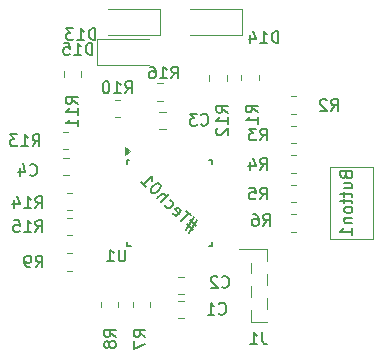
<source format=gbr>
%TF.GenerationSoftware,KiCad,Pcbnew,8.0.7*%
%TF.CreationDate,2025-01-14T01:45:44+02:00*%
%TF.ProjectId,LumiTimeV2,4c756d69-5469-46d6-9556-322e6b696361,rev?*%
%TF.SameCoordinates,Original*%
%TF.FileFunction,Legend,Bot*%
%TF.FilePolarity,Positive*%
%FSLAX46Y46*%
G04 Gerber Fmt 4.6, Leading zero omitted, Abs format (unit mm)*
G04 Created by KiCad (PCBNEW 8.0.7) date 2025-01-14 01:45:44*
%MOMM*%
%LPD*%
G01*
G04 APERTURE LIST*
%ADD10C,0.200000*%
%ADD11C,0.150000*%
%ADD12C,0.120000*%
G04 APERTURE END LIST*
D10*
X152239285Y-101936011D02*
X151734209Y-101430934D01*
X152340301Y-101430934D02*
X151633194Y-102542102D01*
X151498507Y-101801324D02*
X152003583Y-102306400D01*
X151397492Y-102306400D02*
X152104598Y-101195232D01*
X151835224Y-101060545D02*
X151431163Y-100656484D01*
X150926087Y-101565621D02*
X151633194Y-100858515D01*
X150252652Y-100824843D02*
X150286324Y-100925858D01*
X150286324Y-100925858D02*
X150421011Y-101060545D01*
X150421011Y-101060545D02*
X150522026Y-101094217D01*
X150522026Y-101094217D02*
X150623041Y-101060545D01*
X150623041Y-101060545D02*
X150892415Y-100791171D01*
X150892415Y-100791171D02*
X150926087Y-100690156D01*
X150926087Y-100690156D02*
X150892415Y-100589140D01*
X150892415Y-100589140D02*
X150757728Y-100454453D01*
X150757728Y-100454453D02*
X150656713Y-100420782D01*
X150656713Y-100420782D02*
X150555698Y-100454453D01*
X150555698Y-100454453D02*
X150488354Y-100521797D01*
X150488354Y-100521797D02*
X150757728Y-100925858D01*
X149612888Y-100185079D02*
X149646560Y-100286095D01*
X149646560Y-100286095D02*
X149781247Y-100420782D01*
X149781247Y-100420782D02*
X149882262Y-100454453D01*
X149882262Y-100454453D02*
X149949606Y-100454453D01*
X149949606Y-100454453D02*
X150050621Y-100420782D01*
X150050621Y-100420782D02*
X150252652Y-100218751D01*
X150252652Y-100218751D02*
X150286324Y-100117736D01*
X150286324Y-100117736D02*
X150286324Y-100050392D01*
X150286324Y-100050392D02*
X150252652Y-99949377D01*
X150252652Y-99949377D02*
X150117965Y-99814690D01*
X150117965Y-99814690D02*
X150016949Y-99781018D01*
X149276171Y-99915705D02*
X149983278Y-99208598D01*
X148973125Y-99612659D02*
X149343514Y-99242270D01*
X149343514Y-99242270D02*
X149444530Y-99208598D01*
X149444530Y-99208598D02*
X149545545Y-99242270D01*
X149545545Y-99242270D02*
X149646560Y-99343285D01*
X149646560Y-99343285D02*
X149680232Y-99444301D01*
X149680232Y-99444301D02*
X149680232Y-99511644D01*
X149208827Y-98434148D02*
X149141484Y-98366805D01*
X149141484Y-98366805D02*
X149040469Y-98333133D01*
X149040469Y-98333133D02*
X148973125Y-98333133D01*
X148973125Y-98333133D02*
X148872110Y-98366805D01*
X148872110Y-98366805D02*
X148703751Y-98467820D01*
X148703751Y-98467820D02*
X148535392Y-98636179D01*
X148535392Y-98636179D02*
X148434377Y-98804537D01*
X148434377Y-98804537D02*
X148400705Y-98905553D01*
X148400705Y-98905553D02*
X148400705Y-98972896D01*
X148400705Y-98972896D02*
X148434377Y-99073911D01*
X148434377Y-99073911D02*
X148501721Y-99141255D01*
X148501721Y-99141255D02*
X148602736Y-99174927D01*
X148602736Y-99174927D02*
X148670079Y-99174927D01*
X148670079Y-99174927D02*
X148771095Y-99141255D01*
X148771095Y-99141255D02*
X148939453Y-99040240D01*
X148939453Y-99040240D02*
X149107812Y-98871881D01*
X149107812Y-98871881D02*
X149208827Y-98703522D01*
X149208827Y-98703522D02*
X149242499Y-98602507D01*
X149242499Y-98602507D02*
X149242499Y-98535163D01*
X149242499Y-98535163D02*
X149208827Y-98434148D01*
X147592583Y-98232117D02*
X147996644Y-98636179D01*
X147794614Y-98434148D02*
X148501720Y-97727041D01*
X148501720Y-97727041D02*
X148468049Y-97895400D01*
X148468049Y-97895400D02*
X148468049Y-98030087D01*
X148468049Y-98030087D02*
X148501720Y-98131102D01*
D11*
X138166666Y-97609580D02*
X138214285Y-97657200D01*
X138214285Y-97657200D02*
X138357142Y-97704819D01*
X138357142Y-97704819D02*
X138452380Y-97704819D01*
X138452380Y-97704819D02*
X138595237Y-97657200D01*
X138595237Y-97657200D02*
X138690475Y-97561961D01*
X138690475Y-97561961D02*
X138738094Y-97466723D01*
X138738094Y-97466723D02*
X138785713Y-97276247D01*
X138785713Y-97276247D02*
X138785713Y-97133390D01*
X138785713Y-97133390D02*
X138738094Y-96942914D01*
X138738094Y-96942914D02*
X138690475Y-96847676D01*
X138690475Y-96847676D02*
X138595237Y-96752438D01*
X138595237Y-96752438D02*
X138452380Y-96704819D01*
X138452380Y-96704819D02*
X138357142Y-96704819D01*
X138357142Y-96704819D02*
X138214285Y-96752438D01*
X138214285Y-96752438D02*
X138166666Y-96800057D01*
X137309523Y-97038152D02*
X137309523Y-97704819D01*
X137547618Y-96657200D02*
X137785713Y-97371485D01*
X137785713Y-97371485D02*
X137166666Y-97371485D01*
X146242857Y-90704819D02*
X146576190Y-90228628D01*
X146814285Y-90704819D02*
X146814285Y-89704819D01*
X146814285Y-89704819D02*
X146433333Y-89704819D01*
X146433333Y-89704819D02*
X146338095Y-89752438D01*
X146338095Y-89752438D02*
X146290476Y-89800057D01*
X146290476Y-89800057D02*
X146242857Y-89895295D01*
X146242857Y-89895295D02*
X146242857Y-90038152D01*
X146242857Y-90038152D02*
X146290476Y-90133390D01*
X146290476Y-90133390D02*
X146338095Y-90181009D01*
X146338095Y-90181009D02*
X146433333Y-90228628D01*
X146433333Y-90228628D02*
X146814285Y-90228628D01*
X145290476Y-90704819D02*
X145861904Y-90704819D01*
X145576190Y-90704819D02*
X145576190Y-89704819D01*
X145576190Y-89704819D02*
X145671428Y-89847676D01*
X145671428Y-89847676D02*
X145766666Y-89942914D01*
X145766666Y-89942914D02*
X145861904Y-89990533D01*
X144671428Y-89704819D02*
X144576190Y-89704819D01*
X144576190Y-89704819D02*
X144480952Y-89752438D01*
X144480952Y-89752438D02*
X144433333Y-89800057D01*
X144433333Y-89800057D02*
X144385714Y-89895295D01*
X144385714Y-89895295D02*
X144338095Y-90085771D01*
X144338095Y-90085771D02*
X144338095Y-90323866D01*
X144338095Y-90323866D02*
X144385714Y-90514342D01*
X144385714Y-90514342D02*
X144433333Y-90609580D01*
X144433333Y-90609580D02*
X144480952Y-90657200D01*
X144480952Y-90657200D02*
X144576190Y-90704819D01*
X144576190Y-90704819D02*
X144671428Y-90704819D01*
X144671428Y-90704819D02*
X144766666Y-90657200D01*
X144766666Y-90657200D02*
X144814285Y-90609580D01*
X144814285Y-90609580D02*
X144861904Y-90514342D01*
X144861904Y-90514342D02*
X144909523Y-90323866D01*
X144909523Y-90323866D02*
X144909523Y-90085771D01*
X144909523Y-90085771D02*
X144861904Y-89895295D01*
X144861904Y-89895295D02*
X144814285Y-89800057D01*
X144814285Y-89800057D02*
X144766666Y-89752438D01*
X144766666Y-89752438D02*
X144671428Y-89704819D01*
X157666666Y-94704819D02*
X157999999Y-94228628D01*
X158238094Y-94704819D02*
X158238094Y-93704819D01*
X158238094Y-93704819D02*
X157857142Y-93704819D01*
X157857142Y-93704819D02*
X157761904Y-93752438D01*
X157761904Y-93752438D02*
X157714285Y-93800057D01*
X157714285Y-93800057D02*
X157666666Y-93895295D01*
X157666666Y-93895295D02*
X157666666Y-94038152D01*
X157666666Y-94038152D02*
X157714285Y-94133390D01*
X157714285Y-94133390D02*
X157761904Y-94181009D01*
X157761904Y-94181009D02*
X157857142Y-94228628D01*
X157857142Y-94228628D02*
X158238094Y-94228628D01*
X157333332Y-93704819D02*
X156714285Y-93704819D01*
X156714285Y-93704819D02*
X157047618Y-94085771D01*
X157047618Y-94085771D02*
X156904761Y-94085771D01*
X156904761Y-94085771D02*
X156809523Y-94133390D01*
X156809523Y-94133390D02*
X156761904Y-94181009D01*
X156761904Y-94181009D02*
X156714285Y-94276247D01*
X156714285Y-94276247D02*
X156714285Y-94514342D01*
X156714285Y-94514342D02*
X156761904Y-94609580D01*
X156761904Y-94609580D02*
X156809523Y-94657200D01*
X156809523Y-94657200D02*
X156904761Y-94704819D01*
X156904761Y-94704819D02*
X157190475Y-94704819D01*
X157190475Y-94704819D02*
X157285713Y-94657200D01*
X157285713Y-94657200D02*
X157333332Y-94609580D01*
X154416666Y-107109580D02*
X154464285Y-107157200D01*
X154464285Y-107157200D02*
X154607142Y-107204819D01*
X154607142Y-107204819D02*
X154702380Y-107204819D01*
X154702380Y-107204819D02*
X154845237Y-107157200D01*
X154845237Y-107157200D02*
X154940475Y-107061961D01*
X154940475Y-107061961D02*
X154988094Y-106966723D01*
X154988094Y-106966723D02*
X155035713Y-106776247D01*
X155035713Y-106776247D02*
X155035713Y-106633390D01*
X155035713Y-106633390D02*
X154988094Y-106442914D01*
X154988094Y-106442914D02*
X154940475Y-106347676D01*
X154940475Y-106347676D02*
X154845237Y-106252438D01*
X154845237Y-106252438D02*
X154702380Y-106204819D01*
X154702380Y-106204819D02*
X154607142Y-106204819D01*
X154607142Y-106204819D02*
X154464285Y-106252438D01*
X154464285Y-106252438D02*
X154416666Y-106300057D01*
X154035713Y-106300057D02*
X153988094Y-106252438D01*
X153988094Y-106252438D02*
X153892856Y-106204819D01*
X153892856Y-106204819D02*
X153654761Y-106204819D01*
X153654761Y-106204819D02*
X153559523Y-106252438D01*
X153559523Y-106252438D02*
X153511904Y-106300057D01*
X153511904Y-106300057D02*
X153464285Y-106395295D01*
X153464285Y-106395295D02*
X153464285Y-106490533D01*
X153464285Y-106490533D02*
X153511904Y-106633390D01*
X153511904Y-106633390D02*
X154083332Y-107204819D01*
X154083332Y-107204819D02*
X153464285Y-107204819D01*
X157454819Y-92333333D02*
X156978628Y-92000000D01*
X157454819Y-91761905D02*
X156454819Y-91761905D01*
X156454819Y-91761905D02*
X156454819Y-92142857D01*
X156454819Y-92142857D02*
X156502438Y-92238095D01*
X156502438Y-92238095D02*
X156550057Y-92285714D01*
X156550057Y-92285714D02*
X156645295Y-92333333D01*
X156645295Y-92333333D02*
X156788152Y-92333333D01*
X156788152Y-92333333D02*
X156883390Y-92285714D01*
X156883390Y-92285714D02*
X156931009Y-92238095D01*
X156931009Y-92238095D02*
X156978628Y-92142857D01*
X156978628Y-92142857D02*
X156978628Y-91761905D01*
X157454819Y-93285714D02*
X157454819Y-92714286D01*
X157454819Y-93000000D02*
X156454819Y-93000000D01*
X156454819Y-93000000D02*
X156597676Y-92904762D01*
X156597676Y-92904762D02*
X156692914Y-92809524D01*
X156692914Y-92809524D02*
X156740533Y-92714286D01*
X138392857Y-95204819D02*
X138726190Y-94728628D01*
X138964285Y-95204819D02*
X138964285Y-94204819D01*
X138964285Y-94204819D02*
X138583333Y-94204819D01*
X138583333Y-94204819D02*
X138488095Y-94252438D01*
X138488095Y-94252438D02*
X138440476Y-94300057D01*
X138440476Y-94300057D02*
X138392857Y-94395295D01*
X138392857Y-94395295D02*
X138392857Y-94538152D01*
X138392857Y-94538152D02*
X138440476Y-94633390D01*
X138440476Y-94633390D02*
X138488095Y-94681009D01*
X138488095Y-94681009D02*
X138583333Y-94728628D01*
X138583333Y-94728628D02*
X138964285Y-94728628D01*
X137440476Y-95204819D02*
X138011904Y-95204819D01*
X137726190Y-95204819D02*
X137726190Y-94204819D01*
X137726190Y-94204819D02*
X137821428Y-94347676D01*
X137821428Y-94347676D02*
X137916666Y-94442914D01*
X137916666Y-94442914D02*
X138011904Y-94490533D01*
X137107142Y-94204819D02*
X136488095Y-94204819D01*
X136488095Y-94204819D02*
X136821428Y-94585771D01*
X136821428Y-94585771D02*
X136678571Y-94585771D01*
X136678571Y-94585771D02*
X136583333Y-94633390D01*
X136583333Y-94633390D02*
X136535714Y-94681009D01*
X136535714Y-94681009D02*
X136488095Y-94776247D01*
X136488095Y-94776247D02*
X136488095Y-95014342D01*
X136488095Y-95014342D02*
X136535714Y-95109580D01*
X136535714Y-95109580D02*
X136583333Y-95157200D01*
X136583333Y-95157200D02*
X136678571Y-95204819D01*
X136678571Y-95204819D02*
X136964285Y-95204819D01*
X136964285Y-95204819D02*
X137059523Y-95157200D01*
X137059523Y-95157200D02*
X137107142Y-95109580D01*
X152666666Y-93359580D02*
X152714285Y-93407200D01*
X152714285Y-93407200D02*
X152857142Y-93454819D01*
X152857142Y-93454819D02*
X152952380Y-93454819D01*
X152952380Y-93454819D02*
X153095237Y-93407200D01*
X153095237Y-93407200D02*
X153190475Y-93311961D01*
X153190475Y-93311961D02*
X153238094Y-93216723D01*
X153238094Y-93216723D02*
X153285713Y-93026247D01*
X153285713Y-93026247D02*
X153285713Y-92883390D01*
X153285713Y-92883390D02*
X153238094Y-92692914D01*
X153238094Y-92692914D02*
X153190475Y-92597676D01*
X153190475Y-92597676D02*
X153095237Y-92502438D01*
X153095237Y-92502438D02*
X152952380Y-92454819D01*
X152952380Y-92454819D02*
X152857142Y-92454819D01*
X152857142Y-92454819D02*
X152714285Y-92502438D01*
X152714285Y-92502438D02*
X152666666Y-92550057D01*
X152333332Y-92454819D02*
X151714285Y-92454819D01*
X151714285Y-92454819D02*
X152047618Y-92835771D01*
X152047618Y-92835771D02*
X151904761Y-92835771D01*
X151904761Y-92835771D02*
X151809523Y-92883390D01*
X151809523Y-92883390D02*
X151761904Y-92931009D01*
X151761904Y-92931009D02*
X151714285Y-93026247D01*
X151714285Y-93026247D02*
X151714285Y-93264342D01*
X151714285Y-93264342D02*
X151761904Y-93359580D01*
X151761904Y-93359580D02*
X151809523Y-93407200D01*
X151809523Y-93407200D02*
X151904761Y-93454819D01*
X151904761Y-93454819D02*
X152190475Y-93454819D01*
X152190475Y-93454819D02*
X152285713Y-93407200D01*
X152285713Y-93407200D02*
X152333332Y-93359580D01*
X157833333Y-110954819D02*
X157833333Y-111669104D01*
X157833333Y-111669104D02*
X157880952Y-111811961D01*
X157880952Y-111811961D02*
X157976190Y-111907200D01*
X157976190Y-111907200D02*
X158119047Y-111954819D01*
X158119047Y-111954819D02*
X158214285Y-111954819D01*
X156833333Y-111954819D02*
X157404761Y-111954819D01*
X157119047Y-111954819D02*
X157119047Y-110954819D01*
X157119047Y-110954819D02*
X157214285Y-111097676D01*
X157214285Y-111097676D02*
X157309523Y-111192914D01*
X157309523Y-111192914D02*
X157404761Y-111240533D01*
X138666666Y-105454819D02*
X138999999Y-104978628D01*
X139238094Y-105454819D02*
X139238094Y-104454819D01*
X139238094Y-104454819D02*
X138857142Y-104454819D01*
X138857142Y-104454819D02*
X138761904Y-104502438D01*
X138761904Y-104502438D02*
X138714285Y-104550057D01*
X138714285Y-104550057D02*
X138666666Y-104645295D01*
X138666666Y-104645295D02*
X138666666Y-104788152D01*
X138666666Y-104788152D02*
X138714285Y-104883390D01*
X138714285Y-104883390D02*
X138761904Y-104931009D01*
X138761904Y-104931009D02*
X138857142Y-104978628D01*
X138857142Y-104978628D02*
X139238094Y-104978628D01*
X138190475Y-105454819D02*
X137999999Y-105454819D01*
X137999999Y-105454819D02*
X137904761Y-105407200D01*
X137904761Y-105407200D02*
X137857142Y-105359580D01*
X137857142Y-105359580D02*
X137761904Y-105216723D01*
X137761904Y-105216723D02*
X137714285Y-105026247D01*
X137714285Y-105026247D02*
X137714285Y-104645295D01*
X137714285Y-104645295D02*
X137761904Y-104550057D01*
X137761904Y-104550057D02*
X137809523Y-104502438D01*
X137809523Y-104502438D02*
X137904761Y-104454819D01*
X137904761Y-104454819D02*
X138095237Y-104454819D01*
X138095237Y-104454819D02*
X138190475Y-104502438D01*
X138190475Y-104502438D02*
X138238094Y-104550057D01*
X138238094Y-104550057D02*
X138285713Y-104645295D01*
X138285713Y-104645295D02*
X138285713Y-104883390D01*
X138285713Y-104883390D02*
X138238094Y-104978628D01*
X138238094Y-104978628D02*
X138190475Y-105026247D01*
X138190475Y-105026247D02*
X138095237Y-105073866D01*
X138095237Y-105073866D02*
X137904761Y-105073866D01*
X137904761Y-105073866D02*
X137809523Y-105026247D01*
X137809523Y-105026247D02*
X137761904Y-104978628D01*
X137761904Y-104978628D02*
X137714285Y-104883390D01*
X145454819Y-111333333D02*
X144978628Y-111000000D01*
X145454819Y-110761905D02*
X144454819Y-110761905D01*
X144454819Y-110761905D02*
X144454819Y-111142857D01*
X144454819Y-111142857D02*
X144502438Y-111238095D01*
X144502438Y-111238095D02*
X144550057Y-111285714D01*
X144550057Y-111285714D02*
X144645295Y-111333333D01*
X144645295Y-111333333D02*
X144788152Y-111333333D01*
X144788152Y-111333333D02*
X144883390Y-111285714D01*
X144883390Y-111285714D02*
X144931009Y-111238095D01*
X144931009Y-111238095D02*
X144978628Y-111142857D01*
X144978628Y-111142857D02*
X144978628Y-110761905D01*
X144883390Y-111904762D02*
X144835771Y-111809524D01*
X144835771Y-111809524D02*
X144788152Y-111761905D01*
X144788152Y-111761905D02*
X144692914Y-111714286D01*
X144692914Y-111714286D02*
X144645295Y-111714286D01*
X144645295Y-111714286D02*
X144550057Y-111761905D01*
X144550057Y-111761905D02*
X144502438Y-111809524D01*
X144502438Y-111809524D02*
X144454819Y-111904762D01*
X144454819Y-111904762D02*
X144454819Y-112095238D01*
X144454819Y-112095238D02*
X144502438Y-112190476D01*
X144502438Y-112190476D02*
X144550057Y-112238095D01*
X144550057Y-112238095D02*
X144645295Y-112285714D01*
X144645295Y-112285714D02*
X144692914Y-112285714D01*
X144692914Y-112285714D02*
X144788152Y-112238095D01*
X144788152Y-112238095D02*
X144835771Y-112190476D01*
X144835771Y-112190476D02*
X144883390Y-112095238D01*
X144883390Y-112095238D02*
X144883390Y-111904762D01*
X144883390Y-111904762D02*
X144931009Y-111809524D01*
X144931009Y-111809524D02*
X144978628Y-111761905D01*
X144978628Y-111761905D02*
X145073866Y-111714286D01*
X145073866Y-111714286D02*
X145264342Y-111714286D01*
X145264342Y-111714286D02*
X145359580Y-111761905D01*
X145359580Y-111761905D02*
X145407200Y-111809524D01*
X145407200Y-111809524D02*
X145454819Y-111904762D01*
X145454819Y-111904762D02*
X145454819Y-112095238D01*
X145454819Y-112095238D02*
X145407200Y-112190476D01*
X145407200Y-112190476D02*
X145359580Y-112238095D01*
X145359580Y-112238095D02*
X145264342Y-112285714D01*
X145264342Y-112285714D02*
X145073866Y-112285714D01*
X145073866Y-112285714D02*
X144978628Y-112238095D01*
X144978628Y-112238095D02*
X144931009Y-112190476D01*
X144931009Y-112190476D02*
X144883390Y-112095238D01*
X154166666Y-109359580D02*
X154214285Y-109407200D01*
X154214285Y-109407200D02*
X154357142Y-109454819D01*
X154357142Y-109454819D02*
X154452380Y-109454819D01*
X154452380Y-109454819D02*
X154595237Y-109407200D01*
X154595237Y-109407200D02*
X154690475Y-109311961D01*
X154690475Y-109311961D02*
X154738094Y-109216723D01*
X154738094Y-109216723D02*
X154785713Y-109026247D01*
X154785713Y-109026247D02*
X154785713Y-108883390D01*
X154785713Y-108883390D02*
X154738094Y-108692914D01*
X154738094Y-108692914D02*
X154690475Y-108597676D01*
X154690475Y-108597676D02*
X154595237Y-108502438D01*
X154595237Y-108502438D02*
X154452380Y-108454819D01*
X154452380Y-108454819D02*
X154357142Y-108454819D01*
X154357142Y-108454819D02*
X154214285Y-108502438D01*
X154214285Y-108502438D02*
X154166666Y-108550057D01*
X153214285Y-109454819D02*
X153785713Y-109454819D01*
X153499999Y-109454819D02*
X153499999Y-108454819D01*
X153499999Y-108454819D02*
X153595237Y-108597676D01*
X153595237Y-108597676D02*
X153690475Y-108692914D01*
X153690475Y-108692914D02*
X153785713Y-108740533D01*
X142204819Y-91607142D02*
X141728628Y-91273809D01*
X142204819Y-91035714D02*
X141204819Y-91035714D01*
X141204819Y-91035714D02*
X141204819Y-91416666D01*
X141204819Y-91416666D02*
X141252438Y-91511904D01*
X141252438Y-91511904D02*
X141300057Y-91559523D01*
X141300057Y-91559523D02*
X141395295Y-91607142D01*
X141395295Y-91607142D02*
X141538152Y-91607142D01*
X141538152Y-91607142D02*
X141633390Y-91559523D01*
X141633390Y-91559523D02*
X141681009Y-91511904D01*
X141681009Y-91511904D02*
X141728628Y-91416666D01*
X141728628Y-91416666D02*
X141728628Y-91035714D01*
X142204819Y-92559523D02*
X142204819Y-91988095D01*
X142204819Y-92273809D02*
X141204819Y-92273809D01*
X141204819Y-92273809D02*
X141347676Y-92178571D01*
X141347676Y-92178571D02*
X141442914Y-92083333D01*
X141442914Y-92083333D02*
X141490533Y-91988095D01*
X142204819Y-93511904D02*
X142204819Y-92940476D01*
X142204819Y-93226190D02*
X141204819Y-93226190D01*
X141204819Y-93226190D02*
X141347676Y-93130952D01*
X141347676Y-93130952D02*
X141442914Y-93035714D01*
X141442914Y-93035714D02*
X141490533Y-92940476D01*
X157666666Y-99704819D02*
X157999999Y-99228628D01*
X158238094Y-99704819D02*
X158238094Y-98704819D01*
X158238094Y-98704819D02*
X157857142Y-98704819D01*
X157857142Y-98704819D02*
X157761904Y-98752438D01*
X157761904Y-98752438D02*
X157714285Y-98800057D01*
X157714285Y-98800057D02*
X157666666Y-98895295D01*
X157666666Y-98895295D02*
X157666666Y-99038152D01*
X157666666Y-99038152D02*
X157714285Y-99133390D01*
X157714285Y-99133390D02*
X157761904Y-99181009D01*
X157761904Y-99181009D02*
X157857142Y-99228628D01*
X157857142Y-99228628D02*
X158238094Y-99228628D01*
X156761904Y-98704819D02*
X157238094Y-98704819D01*
X157238094Y-98704819D02*
X157285713Y-99181009D01*
X157285713Y-99181009D02*
X157238094Y-99133390D01*
X157238094Y-99133390D02*
X157142856Y-99085771D01*
X157142856Y-99085771D02*
X156904761Y-99085771D01*
X156904761Y-99085771D02*
X156809523Y-99133390D01*
X156809523Y-99133390D02*
X156761904Y-99181009D01*
X156761904Y-99181009D02*
X156714285Y-99276247D01*
X156714285Y-99276247D02*
X156714285Y-99514342D01*
X156714285Y-99514342D02*
X156761904Y-99609580D01*
X156761904Y-99609580D02*
X156809523Y-99657200D01*
X156809523Y-99657200D02*
X156904761Y-99704819D01*
X156904761Y-99704819D02*
X157142856Y-99704819D01*
X157142856Y-99704819D02*
X157238094Y-99657200D01*
X157238094Y-99657200D02*
X157285713Y-99609580D01*
X146261904Y-103954819D02*
X146261904Y-104764342D01*
X146261904Y-104764342D02*
X146214285Y-104859580D01*
X146214285Y-104859580D02*
X146166666Y-104907200D01*
X146166666Y-104907200D02*
X146071428Y-104954819D01*
X146071428Y-104954819D02*
X145880952Y-104954819D01*
X145880952Y-104954819D02*
X145785714Y-104907200D01*
X145785714Y-104907200D02*
X145738095Y-104859580D01*
X145738095Y-104859580D02*
X145690476Y-104764342D01*
X145690476Y-104764342D02*
X145690476Y-103954819D01*
X144690476Y-104954819D02*
X145261904Y-104954819D01*
X144976190Y-104954819D02*
X144976190Y-103954819D01*
X144976190Y-103954819D02*
X145071428Y-104097676D01*
X145071428Y-104097676D02*
X145166666Y-104192914D01*
X145166666Y-104192914D02*
X145261904Y-104240533D01*
X154954819Y-92357142D02*
X154478628Y-92023809D01*
X154954819Y-91785714D02*
X153954819Y-91785714D01*
X153954819Y-91785714D02*
X153954819Y-92166666D01*
X153954819Y-92166666D02*
X154002438Y-92261904D01*
X154002438Y-92261904D02*
X154050057Y-92309523D01*
X154050057Y-92309523D02*
X154145295Y-92357142D01*
X154145295Y-92357142D02*
X154288152Y-92357142D01*
X154288152Y-92357142D02*
X154383390Y-92309523D01*
X154383390Y-92309523D02*
X154431009Y-92261904D01*
X154431009Y-92261904D02*
X154478628Y-92166666D01*
X154478628Y-92166666D02*
X154478628Y-91785714D01*
X154954819Y-93309523D02*
X154954819Y-92738095D01*
X154954819Y-93023809D02*
X153954819Y-93023809D01*
X153954819Y-93023809D02*
X154097676Y-92928571D01*
X154097676Y-92928571D02*
X154192914Y-92833333D01*
X154192914Y-92833333D02*
X154240533Y-92738095D01*
X154050057Y-93690476D02*
X154002438Y-93738095D01*
X154002438Y-93738095D02*
X153954819Y-93833333D01*
X153954819Y-93833333D02*
X153954819Y-94071428D01*
X153954819Y-94071428D02*
X154002438Y-94166666D01*
X154002438Y-94166666D02*
X154050057Y-94214285D01*
X154050057Y-94214285D02*
X154145295Y-94261904D01*
X154145295Y-94261904D02*
X154240533Y-94261904D01*
X154240533Y-94261904D02*
X154383390Y-94214285D01*
X154383390Y-94214285D02*
X154954819Y-93642857D01*
X154954819Y-93642857D02*
X154954819Y-94261904D01*
X143714285Y-86204819D02*
X143714285Y-85204819D01*
X143714285Y-85204819D02*
X143476190Y-85204819D01*
X143476190Y-85204819D02*
X143333333Y-85252438D01*
X143333333Y-85252438D02*
X143238095Y-85347676D01*
X143238095Y-85347676D02*
X143190476Y-85442914D01*
X143190476Y-85442914D02*
X143142857Y-85633390D01*
X143142857Y-85633390D02*
X143142857Y-85776247D01*
X143142857Y-85776247D02*
X143190476Y-85966723D01*
X143190476Y-85966723D02*
X143238095Y-86061961D01*
X143238095Y-86061961D02*
X143333333Y-86157200D01*
X143333333Y-86157200D02*
X143476190Y-86204819D01*
X143476190Y-86204819D02*
X143714285Y-86204819D01*
X142190476Y-86204819D02*
X142761904Y-86204819D01*
X142476190Y-86204819D02*
X142476190Y-85204819D01*
X142476190Y-85204819D02*
X142571428Y-85347676D01*
X142571428Y-85347676D02*
X142666666Y-85442914D01*
X142666666Y-85442914D02*
X142761904Y-85490533D01*
X141857142Y-85204819D02*
X141238095Y-85204819D01*
X141238095Y-85204819D02*
X141571428Y-85585771D01*
X141571428Y-85585771D02*
X141428571Y-85585771D01*
X141428571Y-85585771D02*
X141333333Y-85633390D01*
X141333333Y-85633390D02*
X141285714Y-85681009D01*
X141285714Y-85681009D02*
X141238095Y-85776247D01*
X141238095Y-85776247D02*
X141238095Y-86014342D01*
X141238095Y-86014342D02*
X141285714Y-86109580D01*
X141285714Y-86109580D02*
X141333333Y-86157200D01*
X141333333Y-86157200D02*
X141428571Y-86204819D01*
X141428571Y-86204819D02*
X141714285Y-86204819D01*
X141714285Y-86204819D02*
X141809523Y-86157200D01*
X141809523Y-86157200D02*
X141857142Y-86109580D01*
X138642857Y-100454819D02*
X138976190Y-99978628D01*
X139214285Y-100454819D02*
X139214285Y-99454819D01*
X139214285Y-99454819D02*
X138833333Y-99454819D01*
X138833333Y-99454819D02*
X138738095Y-99502438D01*
X138738095Y-99502438D02*
X138690476Y-99550057D01*
X138690476Y-99550057D02*
X138642857Y-99645295D01*
X138642857Y-99645295D02*
X138642857Y-99788152D01*
X138642857Y-99788152D02*
X138690476Y-99883390D01*
X138690476Y-99883390D02*
X138738095Y-99931009D01*
X138738095Y-99931009D02*
X138833333Y-99978628D01*
X138833333Y-99978628D02*
X139214285Y-99978628D01*
X137690476Y-100454819D02*
X138261904Y-100454819D01*
X137976190Y-100454819D02*
X137976190Y-99454819D01*
X137976190Y-99454819D02*
X138071428Y-99597676D01*
X138071428Y-99597676D02*
X138166666Y-99692914D01*
X138166666Y-99692914D02*
X138261904Y-99740533D01*
X136833333Y-99788152D02*
X136833333Y-100454819D01*
X137071428Y-99407200D02*
X137309523Y-100121485D01*
X137309523Y-100121485D02*
X136690476Y-100121485D01*
X157666666Y-97204819D02*
X157999999Y-96728628D01*
X158238094Y-97204819D02*
X158238094Y-96204819D01*
X158238094Y-96204819D02*
X157857142Y-96204819D01*
X157857142Y-96204819D02*
X157761904Y-96252438D01*
X157761904Y-96252438D02*
X157714285Y-96300057D01*
X157714285Y-96300057D02*
X157666666Y-96395295D01*
X157666666Y-96395295D02*
X157666666Y-96538152D01*
X157666666Y-96538152D02*
X157714285Y-96633390D01*
X157714285Y-96633390D02*
X157761904Y-96681009D01*
X157761904Y-96681009D02*
X157857142Y-96728628D01*
X157857142Y-96728628D02*
X158238094Y-96728628D01*
X156809523Y-96538152D02*
X156809523Y-97204819D01*
X157047618Y-96157200D02*
X157285713Y-96871485D01*
X157285713Y-96871485D02*
X156666666Y-96871485D01*
X147954819Y-111333333D02*
X147478628Y-111000000D01*
X147954819Y-110761905D02*
X146954819Y-110761905D01*
X146954819Y-110761905D02*
X146954819Y-111142857D01*
X146954819Y-111142857D02*
X147002438Y-111238095D01*
X147002438Y-111238095D02*
X147050057Y-111285714D01*
X147050057Y-111285714D02*
X147145295Y-111333333D01*
X147145295Y-111333333D02*
X147288152Y-111333333D01*
X147288152Y-111333333D02*
X147383390Y-111285714D01*
X147383390Y-111285714D02*
X147431009Y-111238095D01*
X147431009Y-111238095D02*
X147478628Y-111142857D01*
X147478628Y-111142857D02*
X147478628Y-110761905D01*
X146954819Y-111666667D02*
X146954819Y-112333333D01*
X146954819Y-112333333D02*
X147954819Y-111904762D01*
X150142857Y-89454819D02*
X150476190Y-88978628D01*
X150714285Y-89454819D02*
X150714285Y-88454819D01*
X150714285Y-88454819D02*
X150333333Y-88454819D01*
X150333333Y-88454819D02*
X150238095Y-88502438D01*
X150238095Y-88502438D02*
X150190476Y-88550057D01*
X150190476Y-88550057D02*
X150142857Y-88645295D01*
X150142857Y-88645295D02*
X150142857Y-88788152D01*
X150142857Y-88788152D02*
X150190476Y-88883390D01*
X150190476Y-88883390D02*
X150238095Y-88931009D01*
X150238095Y-88931009D02*
X150333333Y-88978628D01*
X150333333Y-88978628D02*
X150714285Y-88978628D01*
X149190476Y-89454819D02*
X149761904Y-89454819D01*
X149476190Y-89454819D02*
X149476190Y-88454819D01*
X149476190Y-88454819D02*
X149571428Y-88597676D01*
X149571428Y-88597676D02*
X149666666Y-88692914D01*
X149666666Y-88692914D02*
X149761904Y-88740533D01*
X148333333Y-88454819D02*
X148523809Y-88454819D01*
X148523809Y-88454819D02*
X148619047Y-88502438D01*
X148619047Y-88502438D02*
X148666666Y-88550057D01*
X148666666Y-88550057D02*
X148761904Y-88692914D01*
X148761904Y-88692914D02*
X148809523Y-88883390D01*
X148809523Y-88883390D02*
X148809523Y-89264342D01*
X148809523Y-89264342D02*
X148761904Y-89359580D01*
X148761904Y-89359580D02*
X148714285Y-89407200D01*
X148714285Y-89407200D02*
X148619047Y-89454819D01*
X148619047Y-89454819D02*
X148428571Y-89454819D01*
X148428571Y-89454819D02*
X148333333Y-89407200D01*
X148333333Y-89407200D02*
X148285714Y-89359580D01*
X148285714Y-89359580D02*
X148238095Y-89264342D01*
X148238095Y-89264342D02*
X148238095Y-89026247D01*
X148238095Y-89026247D02*
X148285714Y-88931009D01*
X148285714Y-88931009D02*
X148333333Y-88883390D01*
X148333333Y-88883390D02*
X148428571Y-88835771D01*
X148428571Y-88835771D02*
X148619047Y-88835771D01*
X148619047Y-88835771D02*
X148714285Y-88883390D01*
X148714285Y-88883390D02*
X148761904Y-88931009D01*
X148761904Y-88931009D02*
X148809523Y-89026247D01*
X157916666Y-101954819D02*
X158249999Y-101478628D01*
X158488094Y-101954819D02*
X158488094Y-100954819D01*
X158488094Y-100954819D02*
X158107142Y-100954819D01*
X158107142Y-100954819D02*
X158011904Y-101002438D01*
X158011904Y-101002438D02*
X157964285Y-101050057D01*
X157964285Y-101050057D02*
X157916666Y-101145295D01*
X157916666Y-101145295D02*
X157916666Y-101288152D01*
X157916666Y-101288152D02*
X157964285Y-101383390D01*
X157964285Y-101383390D02*
X158011904Y-101431009D01*
X158011904Y-101431009D02*
X158107142Y-101478628D01*
X158107142Y-101478628D02*
X158488094Y-101478628D01*
X157059523Y-100954819D02*
X157249999Y-100954819D01*
X157249999Y-100954819D02*
X157345237Y-101002438D01*
X157345237Y-101002438D02*
X157392856Y-101050057D01*
X157392856Y-101050057D02*
X157488094Y-101192914D01*
X157488094Y-101192914D02*
X157535713Y-101383390D01*
X157535713Y-101383390D02*
X157535713Y-101764342D01*
X157535713Y-101764342D02*
X157488094Y-101859580D01*
X157488094Y-101859580D02*
X157440475Y-101907200D01*
X157440475Y-101907200D02*
X157345237Y-101954819D01*
X157345237Y-101954819D02*
X157154761Y-101954819D01*
X157154761Y-101954819D02*
X157059523Y-101907200D01*
X157059523Y-101907200D02*
X157011904Y-101859580D01*
X157011904Y-101859580D02*
X156964285Y-101764342D01*
X156964285Y-101764342D02*
X156964285Y-101526247D01*
X156964285Y-101526247D02*
X157011904Y-101431009D01*
X157011904Y-101431009D02*
X157059523Y-101383390D01*
X157059523Y-101383390D02*
X157154761Y-101335771D01*
X157154761Y-101335771D02*
X157345237Y-101335771D01*
X157345237Y-101335771D02*
X157440475Y-101383390D01*
X157440475Y-101383390D02*
X157488094Y-101431009D01*
X157488094Y-101431009D02*
X157535713Y-101526247D01*
X143464285Y-87454819D02*
X143464285Y-86454819D01*
X143464285Y-86454819D02*
X143226190Y-86454819D01*
X143226190Y-86454819D02*
X143083333Y-86502438D01*
X143083333Y-86502438D02*
X142988095Y-86597676D01*
X142988095Y-86597676D02*
X142940476Y-86692914D01*
X142940476Y-86692914D02*
X142892857Y-86883390D01*
X142892857Y-86883390D02*
X142892857Y-87026247D01*
X142892857Y-87026247D02*
X142940476Y-87216723D01*
X142940476Y-87216723D02*
X142988095Y-87311961D01*
X142988095Y-87311961D02*
X143083333Y-87407200D01*
X143083333Y-87407200D02*
X143226190Y-87454819D01*
X143226190Y-87454819D02*
X143464285Y-87454819D01*
X141940476Y-87454819D02*
X142511904Y-87454819D01*
X142226190Y-87454819D02*
X142226190Y-86454819D01*
X142226190Y-86454819D02*
X142321428Y-86597676D01*
X142321428Y-86597676D02*
X142416666Y-86692914D01*
X142416666Y-86692914D02*
X142511904Y-86740533D01*
X141035714Y-86454819D02*
X141511904Y-86454819D01*
X141511904Y-86454819D02*
X141559523Y-86931009D01*
X141559523Y-86931009D02*
X141511904Y-86883390D01*
X141511904Y-86883390D02*
X141416666Y-86835771D01*
X141416666Y-86835771D02*
X141178571Y-86835771D01*
X141178571Y-86835771D02*
X141083333Y-86883390D01*
X141083333Y-86883390D02*
X141035714Y-86931009D01*
X141035714Y-86931009D02*
X140988095Y-87026247D01*
X140988095Y-87026247D02*
X140988095Y-87264342D01*
X140988095Y-87264342D02*
X141035714Y-87359580D01*
X141035714Y-87359580D02*
X141083333Y-87407200D01*
X141083333Y-87407200D02*
X141178571Y-87454819D01*
X141178571Y-87454819D02*
X141416666Y-87454819D01*
X141416666Y-87454819D02*
X141511904Y-87407200D01*
X141511904Y-87407200D02*
X141559523Y-87359580D01*
X138642857Y-102454819D02*
X138976190Y-101978628D01*
X139214285Y-102454819D02*
X139214285Y-101454819D01*
X139214285Y-101454819D02*
X138833333Y-101454819D01*
X138833333Y-101454819D02*
X138738095Y-101502438D01*
X138738095Y-101502438D02*
X138690476Y-101550057D01*
X138690476Y-101550057D02*
X138642857Y-101645295D01*
X138642857Y-101645295D02*
X138642857Y-101788152D01*
X138642857Y-101788152D02*
X138690476Y-101883390D01*
X138690476Y-101883390D02*
X138738095Y-101931009D01*
X138738095Y-101931009D02*
X138833333Y-101978628D01*
X138833333Y-101978628D02*
X139214285Y-101978628D01*
X137690476Y-102454819D02*
X138261904Y-102454819D01*
X137976190Y-102454819D02*
X137976190Y-101454819D01*
X137976190Y-101454819D02*
X138071428Y-101597676D01*
X138071428Y-101597676D02*
X138166666Y-101692914D01*
X138166666Y-101692914D02*
X138261904Y-101740533D01*
X136785714Y-101454819D02*
X137261904Y-101454819D01*
X137261904Y-101454819D02*
X137309523Y-101931009D01*
X137309523Y-101931009D02*
X137261904Y-101883390D01*
X137261904Y-101883390D02*
X137166666Y-101835771D01*
X137166666Y-101835771D02*
X136928571Y-101835771D01*
X136928571Y-101835771D02*
X136833333Y-101883390D01*
X136833333Y-101883390D02*
X136785714Y-101931009D01*
X136785714Y-101931009D02*
X136738095Y-102026247D01*
X136738095Y-102026247D02*
X136738095Y-102264342D01*
X136738095Y-102264342D02*
X136785714Y-102359580D01*
X136785714Y-102359580D02*
X136833333Y-102407200D01*
X136833333Y-102407200D02*
X136928571Y-102454819D01*
X136928571Y-102454819D02*
X137166666Y-102454819D01*
X137166666Y-102454819D02*
X137261904Y-102407200D01*
X137261904Y-102407200D02*
X137309523Y-102359580D01*
X164931009Y-97666666D02*
X164978628Y-97809523D01*
X164978628Y-97809523D02*
X165026247Y-97857142D01*
X165026247Y-97857142D02*
X165121485Y-97904761D01*
X165121485Y-97904761D02*
X165264342Y-97904761D01*
X165264342Y-97904761D02*
X165359580Y-97857142D01*
X165359580Y-97857142D02*
X165407200Y-97809523D01*
X165407200Y-97809523D02*
X165454819Y-97714285D01*
X165454819Y-97714285D02*
X165454819Y-97333333D01*
X165454819Y-97333333D02*
X164454819Y-97333333D01*
X164454819Y-97333333D02*
X164454819Y-97666666D01*
X164454819Y-97666666D02*
X164502438Y-97761904D01*
X164502438Y-97761904D02*
X164550057Y-97809523D01*
X164550057Y-97809523D02*
X164645295Y-97857142D01*
X164645295Y-97857142D02*
X164740533Y-97857142D01*
X164740533Y-97857142D02*
X164835771Y-97809523D01*
X164835771Y-97809523D02*
X164883390Y-97761904D01*
X164883390Y-97761904D02*
X164931009Y-97666666D01*
X164931009Y-97666666D02*
X164931009Y-97333333D01*
X164788152Y-98761904D02*
X165454819Y-98761904D01*
X164788152Y-98333333D02*
X165311961Y-98333333D01*
X165311961Y-98333333D02*
X165407200Y-98380952D01*
X165407200Y-98380952D02*
X165454819Y-98476190D01*
X165454819Y-98476190D02*
X165454819Y-98619047D01*
X165454819Y-98619047D02*
X165407200Y-98714285D01*
X165407200Y-98714285D02*
X165359580Y-98761904D01*
X164788152Y-99095238D02*
X164788152Y-99476190D01*
X164454819Y-99238095D02*
X165311961Y-99238095D01*
X165311961Y-99238095D02*
X165407200Y-99285714D01*
X165407200Y-99285714D02*
X165454819Y-99380952D01*
X165454819Y-99380952D02*
X165454819Y-99476190D01*
X164788152Y-99666667D02*
X164788152Y-100047619D01*
X164454819Y-99809524D02*
X165311961Y-99809524D01*
X165311961Y-99809524D02*
X165407200Y-99857143D01*
X165407200Y-99857143D02*
X165454819Y-99952381D01*
X165454819Y-99952381D02*
X165454819Y-100047619D01*
X165454819Y-100523810D02*
X165407200Y-100428572D01*
X165407200Y-100428572D02*
X165359580Y-100380953D01*
X165359580Y-100380953D02*
X165264342Y-100333334D01*
X165264342Y-100333334D02*
X164978628Y-100333334D01*
X164978628Y-100333334D02*
X164883390Y-100380953D01*
X164883390Y-100380953D02*
X164835771Y-100428572D01*
X164835771Y-100428572D02*
X164788152Y-100523810D01*
X164788152Y-100523810D02*
X164788152Y-100666667D01*
X164788152Y-100666667D02*
X164835771Y-100761905D01*
X164835771Y-100761905D02*
X164883390Y-100809524D01*
X164883390Y-100809524D02*
X164978628Y-100857143D01*
X164978628Y-100857143D02*
X165264342Y-100857143D01*
X165264342Y-100857143D02*
X165359580Y-100809524D01*
X165359580Y-100809524D02*
X165407200Y-100761905D01*
X165407200Y-100761905D02*
X165454819Y-100666667D01*
X165454819Y-100666667D02*
X165454819Y-100523810D01*
X164788152Y-101285715D02*
X165454819Y-101285715D01*
X164883390Y-101285715D02*
X164835771Y-101333334D01*
X164835771Y-101333334D02*
X164788152Y-101428572D01*
X164788152Y-101428572D02*
X164788152Y-101571429D01*
X164788152Y-101571429D02*
X164835771Y-101666667D01*
X164835771Y-101666667D02*
X164931009Y-101714286D01*
X164931009Y-101714286D02*
X165454819Y-101714286D01*
X165454819Y-102714286D02*
X165454819Y-102142858D01*
X165454819Y-102428572D02*
X164454819Y-102428572D01*
X164454819Y-102428572D02*
X164597676Y-102333334D01*
X164597676Y-102333334D02*
X164692914Y-102238096D01*
X164692914Y-102238096D02*
X164740533Y-102142858D01*
X159214285Y-86454819D02*
X159214285Y-85454819D01*
X159214285Y-85454819D02*
X158976190Y-85454819D01*
X158976190Y-85454819D02*
X158833333Y-85502438D01*
X158833333Y-85502438D02*
X158738095Y-85597676D01*
X158738095Y-85597676D02*
X158690476Y-85692914D01*
X158690476Y-85692914D02*
X158642857Y-85883390D01*
X158642857Y-85883390D02*
X158642857Y-86026247D01*
X158642857Y-86026247D02*
X158690476Y-86216723D01*
X158690476Y-86216723D02*
X158738095Y-86311961D01*
X158738095Y-86311961D02*
X158833333Y-86407200D01*
X158833333Y-86407200D02*
X158976190Y-86454819D01*
X158976190Y-86454819D02*
X159214285Y-86454819D01*
X157690476Y-86454819D02*
X158261904Y-86454819D01*
X157976190Y-86454819D02*
X157976190Y-85454819D01*
X157976190Y-85454819D02*
X158071428Y-85597676D01*
X158071428Y-85597676D02*
X158166666Y-85692914D01*
X158166666Y-85692914D02*
X158261904Y-85740533D01*
X156833333Y-85788152D02*
X156833333Y-86454819D01*
X157071428Y-85407200D02*
X157309523Y-86121485D01*
X157309523Y-86121485D02*
X156690476Y-86121485D01*
X163666666Y-92204819D02*
X163999999Y-91728628D01*
X164238094Y-92204819D02*
X164238094Y-91204819D01*
X164238094Y-91204819D02*
X163857142Y-91204819D01*
X163857142Y-91204819D02*
X163761904Y-91252438D01*
X163761904Y-91252438D02*
X163714285Y-91300057D01*
X163714285Y-91300057D02*
X163666666Y-91395295D01*
X163666666Y-91395295D02*
X163666666Y-91538152D01*
X163666666Y-91538152D02*
X163714285Y-91633390D01*
X163714285Y-91633390D02*
X163761904Y-91681009D01*
X163761904Y-91681009D02*
X163857142Y-91728628D01*
X163857142Y-91728628D02*
X164238094Y-91728628D01*
X163285713Y-91300057D02*
X163238094Y-91252438D01*
X163238094Y-91252438D02*
X163142856Y-91204819D01*
X163142856Y-91204819D02*
X162904761Y-91204819D01*
X162904761Y-91204819D02*
X162809523Y-91252438D01*
X162809523Y-91252438D02*
X162761904Y-91300057D01*
X162761904Y-91300057D02*
X162714285Y-91395295D01*
X162714285Y-91395295D02*
X162714285Y-91490533D01*
X162714285Y-91490533D02*
X162761904Y-91633390D01*
X162761904Y-91633390D02*
X163333332Y-92204819D01*
X163333332Y-92204819D02*
X162714285Y-92204819D01*
D12*
%TO.C,C4*%
X140938748Y-96165000D02*
X141461252Y-96165000D01*
X140938748Y-97635000D02*
X141461252Y-97635000D01*
%TO.C,R10*%
X145372936Y-91265000D02*
X145827064Y-91265000D01*
X145372936Y-92735000D02*
X145827064Y-92735000D01*
%TO.C,R3*%
X160272936Y-93465000D02*
X160727064Y-93465000D01*
X160272936Y-94935000D02*
X160727064Y-94935000D01*
%TO.C,C2*%
X150738748Y-106265000D02*
X151261252Y-106265000D01*
X150738748Y-107735000D02*
X151261252Y-107735000D01*
%TO.C,R1*%
X156065000Y-89172936D02*
X156065000Y-89627064D01*
X157535000Y-89172936D02*
X157535000Y-89627064D01*
%TO.C,R13*%
X141427064Y-93965000D02*
X140972936Y-93965000D01*
X141427064Y-95435000D02*
X140972936Y-95435000D01*
%TO.C,C3*%
X149138748Y-92265000D02*
X149661252Y-92265000D01*
X149138748Y-93735000D02*
X149661252Y-93735000D01*
%TO.C,J1*%
X155885000Y-103940000D02*
X156880000Y-103940000D01*
X156880000Y-103940000D02*
X156880000Y-103940000D01*
X156880000Y-103940000D02*
X158270000Y-103940000D01*
X156880000Y-105940000D02*
X156880000Y-105060000D01*
X156880000Y-107940000D02*
X156880000Y-107060000D01*
X156880000Y-110060000D02*
X156880000Y-109060000D01*
X156880000Y-110060000D02*
X158270000Y-110060000D01*
X158270000Y-104940000D02*
X158270000Y-103940000D01*
X158270000Y-104940000D02*
X158270000Y-104060000D01*
X158270000Y-106940000D02*
X158270000Y-106060000D01*
X158270000Y-108940000D02*
X158270000Y-108060000D01*
X158270000Y-110060000D02*
X158270000Y-110060000D01*
%TO.C,R9*%
X141272936Y-104265000D02*
X141727064Y-104265000D01*
X141272936Y-105735000D02*
X141727064Y-105735000D01*
%TO.C,R8*%
X144165000Y-108827064D02*
X144165000Y-108372936D01*
X145635000Y-108827064D02*
X145635000Y-108372936D01*
%TO.C,C1*%
X150738748Y-108265000D02*
X151261252Y-108265000D01*
X150738748Y-109735000D02*
X151261252Y-109735000D01*
%TO.C,R11*%
X141065000Y-89327064D02*
X141065000Y-88872936D01*
X142535000Y-89327064D02*
X142535000Y-88872936D01*
%TO.C,R5*%
X160272936Y-98465000D02*
X160727064Y-98465000D01*
X160272936Y-99935000D02*
X160727064Y-99935000D01*
D11*
%TO.C,U1*%
X146375000Y-96700000D02*
X146375000Y-96375000D01*
X146375000Y-103300000D02*
X146375000Y-103625000D01*
X146600000Y-96375000D02*
X146375000Y-96375000D01*
X146700000Y-103625000D02*
X146375000Y-103625000D01*
X153300000Y-96375000D02*
X153625000Y-96375000D01*
X153300000Y-103625000D02*
X153625000Y-103625000D01*
X153625000Y-96700000D02*
X153625000Y-96375000D01*
X153625000Y-103300000D02*
X153625000Y-103625000D01*
D12*
X146660000Y-95610000D02*
X146190000Y-95950000D01*
X146190000Y-95270000D01*
X146660000Y-95610000D01*
G36*
X146660000Y-95610000D02*
G01*
X146190000Y-95950000D01*
X146190000Y-95270000D01*
X146660000Y-95610000D01*
G37*
%TO.C,R12*%
X153365000Y-89185436D02*
X153365000Y-89639564D01*
X154835000Y-89185436D02*
X154835000Y-89639564D01*
%TO.C,D13*%
X144750000Y-85810000D02*
X149160000Y-85810000D01*
X149160000Y-83590000D02*
X144750000Y-83590000D01*
X149160000Y-85810000D02*
X149160000Y-83590000D01*
%TO.C,R14*%
X141272936Y-99165000D02*
X141727064Y-99165000D01*
X141272936Y-100635000D02*
X141727064Y-100635000D01*
%TO.C,R4*%
X160272936Y-95965000D02*
X160727064Y-95965000D01*
X160272936Y-97435000D02*
X160727064Y-97435000D01*
%TO.C,R7*%
X146865000Y-108372936D02*
X146865000Y-108827064D01*
X148335000Y-108372936D02*
X148335000Y-108827064D01*
%TO.C,R16*%
X148972936Y-89865000D02*
X149427064Y-89865000D01*
X148972936Y-91335000D02*
X149427064Y-91335000D01*
%TO.C,R6*%
X160272936Y-100965000D02*
X160727064Y-100965000D01*
X160272936Y-102435000D02*
X160727064Y-102435000D01*
%TO.C,D15*%
X143840000Y-86090000D02*
X143840000Y-88310000D01*
X143840000Y-88310000D02*
X148250000Y-88310000D01*
X148250000Y-86090000D02*
X143840000Y-86090000D01*
%TO.C,R15*%
X141272936Y-101265000D02*
X141727064Y-101265000D01*
X141272936Y-102735000D02*
X141727064Y-102735000D01*
%TO.C,Button1*%
X163590000Y-96940000D02*
X167210000Y-96940000D01*
X163590000Y-103060000D02*
X163590000Y-96940000D01*
X167210000Y-96940000D02*
X167210000Y-103060000D01*
X167210000Y-103060000D02*
X163590000Y-103060000D01*
%TO.C,D14*%
X151750000Y-85810000D02*
X156160000Y-85810000D01*
X156160000Y-83590000D02*
X151750000Y-83590000D01*
X156160000Y-85810000D02*
X156160000Y-83590000D01*
%TO.C,R2*%
X160272936Y-90965000D02*
X160727064Y-90965000D01*
X160272936Y-92435000D02*
X160727064Y-92435000D01*
%TD*%
M02*

</source>
